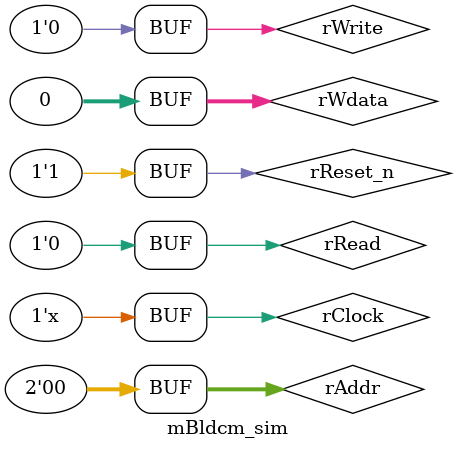
<source format=v>
`timescale 1ns / 100ps

`default_nettype none

module mBldcm_sim();

	// Common Signals
	reg rClock;
	reg rReset_n;

	// Avalon-MM I/F
	reg  [1:0]  rAddr; // Word seelect
	reg         rRead;
	wire [31:0] wRdata;
	reg         rWrite;
	reg  [31:0] rWdata;
	wire [1:0]  wResp;

	// Signal for BLDCM
	wire wUh;
	wire wUl;
	wire wVh;
	wire wVl;
	wire wWh;
	wire wWl;

	// test target
	mBldcm #(
		.pFreqClock(32'd50000000)
	) uBldcm (
		.iClock(rClock),
		.iReset_n(rReset_n),

		// Avalon-MM Slave I/F
		.iAddr(rAddr), // Word seelect
		.iRead(rRead),
		.oRdata(wRdata),
		.iWrite(rWrite),
		.iWdata(rWdata),
		.oResp(wResp),

		// Signal to control motor
		.oUh(wUh),
		.oUl(wUl),
		.oVh(wVh),
		.oVl(wVl),
		.oWh(wWh),
		.oWl(wWl)
	);

	// Clock
	initial rClock <= 1'b1;
	always #10 rClock <= ~rClock;

	// Sequence
	initial begin
		rReset_n <= 1'b0;
		rAddr <= 2'b0;
		rRead <= 1'b0;
		rWrite <= 1'b0;
		rWdata <= 32'd0;
		#100
		// Reset Release
		rReset_n <= 1'b1;
		#1000
		// Read status
		rRead  <= 1'b1;
		rAddr  <= 2'h3;
		#20
		rRead  <= 1'b0;
		rAddr  <= 2'h0;
		#200
		// Write freq
		rWrite <= 1'b1;
		rAddr  <= 2'b0;
		rWdata <= 32'd2083333;
		//rWdata <= 32'd1;
		#20
		rWrite <= 1'b0;
		rAddr  <= 2'h0;
		rWdata <= 32'd0;
		#40
		// Read status
		rRead  <= 1'b1;
		rAddr  <= 2'h3;
		#20
		rRead  <= 1'b0;
		rAddr  <= 2'h0;
		#200
		// Read freq
		rRead <= 1'b1;
		rAddr <= 2'h0;
		#20
		rRead <= 1'b0;
		rAddr <= 2'h0;
		#200
		// Read status
		rRead  <= 1'b1;
		rAddr  <= 2'h3;
		#20
		rRead  <= 1'b0;
		rAddr  <= 2'h0;
		#200
		// Access error injection (Read)
		rRead <= 1'b1;
		rAddr <= 2'h2;
		#20
		rRead <= 1'b0;
		rAddr <= 2'h0;
		#200
		// Access error injection (Wead)
		rWrite <= 1'b1;
		rAddr  <= 2'h2;
		#20
		rWrite <= 1'b0;
		rAddr  <= 2'h0;
	end

endmodule

`default_nettype wire


</source>
